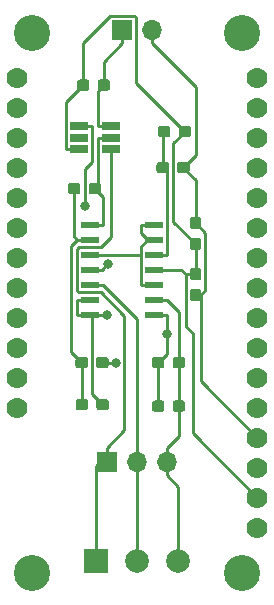
<source format=gbr>
G04 #@! TF.GenerationSoftware,KiCad,Pcbnew,5.0.2-bee76a0~70~ubuntu18.04.1*
G04 #@! TF.CreationDate,2020-04-01T17:28:38-07:00*
G04 #@! TF.ProjectId,potentiostat_featherwing,706f7465-6e74-4696-9f73-7461745f6665,rev?*
G04 #@! TF.SameCoordinates,Original*
G04 #@! TF.FileFunction,Copper,L1,Top*
G04 #@! TF.FilePolarity,Positive*
%FSLAX46Y46*%
G04 Gerber Fmt 4.6, Leading zero omitted, Abs format (unit mm)*
G04 Created by KiCad (PCBNEW 5.0.2-bee76a0~70~ubuntu18.04.1) date Wed 01 Apr 2020 05:28:38 PM PDT*
%MOMM*%
%LPD*%
G01*
G04 APERTURE LIST*
G04 #@! TA.AperFunction,ComponentPad*
%ADD10C,1.778000*%
G04 #@! TD*
G04 #@! TA.AperFunction,ComponentPad*
%ADD11C,3.048000*%
G04 #@! TD*
G04 #@! TA.AperFunction,WasherPad*
%ADD12C,3.048000*%
G04 #@! TD*
G04 #@! TA.AperFunction,ComponentPad*
%ADD13C,2.000000*%
G04 #@! TD*
G04 #@! TA.AperFunction,ComponentPad*
%ADD14R,2.000000X2.000000*%
G04 #@! TD*
G04 #@! TA.AperFunction,Conductor*
%ADD15C,0.100000*%
G04 #@! TD*
G04 #@! TA.AperFunction,SMDPad,CuDef*
%ADD16C,0.950000*%
G04 #@! TD*
G04 #@! TA.AperFunction,ComponentPad*
%ADD17R,1.700000X1.700000*%
G04 #@! TD*
G04 #@! TA.AperFunction,ComponentPad*
%ADD18O,1.700000X1.700000*%
G04 #@! TD*
G04 #@! TA.AperFunction,SMDPad,CuDef*
%ADD19R,1.560000X0.650000*%
G04 #@! TD*
G04 #@! TA.AperFunction,SMDPad,CuDef*
%ADD20R,1.500000X0.600000*%
G04 #@! TD*
G04 #@! TA.AperFunction,ViaPad*
%ADD21C,0.800000*%
G04 #@! TD*
G04 #@! TA.AperFunction,Conductor*
%ADD22C,0.250000*%
G04 #@! TD*
G04 APERTURE END LIST*
D10*
G04 #@! TO.P,U1,28*
G04 #@! TO.N,Net-(U1-Pad28)*
X60960000Y-31750000D03*
G04 #@! TO.P,U1,27*
G04 #@! TO.N,Net-(U1-Pad27)*
X60960000Y-34290000D03*
G04 #@! TO.P,U1,26*
G04 #@! TO.N,Net-(U1-Pad26)*
X60960000Y-36830000D03*
G04 #@! TO.P,U1,25*
G04 #@! TO.N,Net-(U1-Pad25)*
X60960000Y-39370000D03*
G04 #@! TO.P,U1,24*
G04 #@! TO.N,Net-(U1-Pad24)*
X60960000Y-41910000D03*
G04 #@! TO.P,U1,23*
G04 #@! TO.N,Net-(U1-Pad23)*
X60960000Y-44450000D03*
G04 #@! TO.P,U1,22*
G04 #@! TO.N,Net-(U1-Pad22)*
X60960000Y-46990000D03*
G04 #@! TO.P,U1,21*
G04 #@! TO.N,/REF_ELECT_BUF*
X60960000Y-49530000D03*
G04 #@! TO.P,U1,20*
G04 #@! TO.N,Net-(U1-Pad20)*
X60960000Y-52070000D03*
G04 #@! TO.P,U1,19*
G04 #@! TO.N,/AIN_TIA*
X60960000Y-54610000D03*
G04 #@! TO.P,U1,18*
G04 #@! TO.N,Net-(U1-Pad18)*
X60960000Y-57150000D03*
G04 #@! TO.P,U1,17*
G04 #@! TO.N,/DAC_SETPT*
X60960000Y-59690000D03*
G04 #@! TO.P,U1,16*
G04 #@! TO.N,GND*
X60960000Y-62230000D03*
G04 #@! TO.P,U1,15*
G04 #@! TO.N,Net-(U1-Pad15)*
X60960000Y-64770000D03*
G04 #@! TO.P,U1,14*
G04 #@! TO.N,/3V3*
X60960000Y-67310000D03*
G04 #@! TO.P,U1,13*
G04 #@! TO.N,Net-(U1-Pad13)*
X60960000Y-69850000D03*
G04 #@! TO.P,U1,12*
G04 #@! TO.N,Net-(U1-Pad12)*
X40640000Y-59690000D03*
G04 #@! TO.P,U1,11*
G04 #@! TO.N,Net-(U1-Pad11)*
X40640000Y-57150000D03*
G04 #@! TO.P,U1,10*
G04 #@! TO.N,Net-(U1-Pad10)*
X40640000Y-54610000D03*
G04 #@! TO.P,U1,9*
G04 #@! TO.N,Net-(JP1-Pad2)*
X40640000Y-52070000D03*
G04 #@! TO.P,U1,8*
G04 #@! TO.N,Net-(JP2-Pad2)*
X40640000Y-49530000D03*
G04 #@! TO.P,U1,7*
G04 #@! TO.N,Net-(JP3-Pad2)*
X40640000Y-46990000D03*
G04 #@! TO.P,U1,6*
G04 #@! TO.N,Net-(JP4-Pad2)*
X40640000Y-44450000D03*
G04 #@! TO.P,U1,5*
G04 #@! TO.N,Net-(U1-Pad5)*
X40640000Y-41910000D03*
G04 #@! TO.P,U1,4*
G04 #@! TO.N,Net-(U1-Pad4)*
X40640000Y-39370000D03*
G04 #@! TO.P,U1,3*
G04 #@! TO.N,Net-(U1-Pad3)*
X40640000Y-36830000D03*
G04 #@! TO.P,U1,2*
G04 #@! TO.N,Net-(U1-Pad2)*
X40640000Y-34290000D03*
G04 #@! TO.P,U1,1*
G04 #@! TO.N,Net-(U1-Pad1)*
X40640000Y-31750000D03*
D11*
G04 #@! TO.P,U1,*
G04 #@! TO.N,*
X41910000Y-73660000D03*
X59690000Y-73660000D03*
D12*
X59690000Y-27940000D03*
X41910000Y-27940000D03*
G04 #@! TD*
D13*
G04 #@! TO.P,J1,2*
G04 #@! TO.N,/REF_ELECT*
X50800000Y-72644000D03*
D14*
G04 #@! TO.P,J1,1*
G04 #@! TO.N,/CTR_ELECT*
X47299880Y-72644000D03*
D13*
G04 #@! TO.P,J1,3*
G04 #@! TO.N,/WRK_ELECT*
X54300120Y-72644000D03*
G04 #@! TD*
D15*
G04 #@! TO.N,/3V3*
G04 #@! TO.C,C1*
G36*
X56013779Y-47877144D02*
X56036834Y-47880563D01*
X56059443Y-47886227D01*
X56081387Y-47894079D01*
X56102457Y-47904044D01*
X56122448Y-47916026D01*
X56141168Y-47929910D01*
X56158438Y-47945562D01*
X56174090Y-47962832D01*
X56187974Y-47981552D01*
X56199956Y-48001543D01*
X56209921Y-48022613D01*
X56217773Y-48044557D01*
X56223437Y-48067166D01*
X56226856Y-48090221D01*
X56228000Y-48113500D01*
X56228000Y-48688500D01*
X56226856Y-48711779D01*
X56223437Y-48734834D01*
X56217773Y-48757443D01*
X56209921Y-48779387D01*
X56199956Y-48800457D01*
X56187974Y-48820448D01*
X56174090Y-48839168D01*
X56158438Y-48856438D01*
X56141168Y-48872090D01*
X56122448Y-48885974D01*
X56102457Y-48897956D01*
X56081387Y-48907921D01*
X56059443Y-48915773D01*
X56036834Y-48921437D01*
X56013779Y-48924856D01*
X55990500Y-48926000D01*
X55515500Y-48926000D01*
X55492221Y-48924856D01*
X55469166Y-48921437D01*
X55446557Y-48915773D01*
X55424613Y-48907921D01*
X55403543Y-48897956D01*
X55383552Y-48885974D01*
X55364832Y-48872090D01*
X55347562Y-48856438D01*
X55331910Y-48839168D01*
X55318026Y-48820448D01*
X55306044Y-48800457D01*
X55296079Y-48779387D01*
X55288227Y-48757443D01*
X55282563Y-48734834D01*
X55279144Y-48711779D01*
X55278000Y-48688500D01*
X55278000Y-48113500D01*
X55279144Y-48090221D01*
X55282563Y-48067166D01*
X55288227Y-48044557D01*
X55296079Y-48022613D01*
X55306044Y-48001543D01*
X55318026Y-47981552D01*
X55331910Y-47962832D01*
X55347562Y-47945562D01*
X55364832Y-47929910D01*
X55383552Y-47916026D01*
X55403543Y-47904044D01*
X55424613Y-47894079D01*
X55446557Y-47886227D01*
X55469166Y-47880563D01*
X55492221Y-47877144D01*
X55515500Y-47876000D01*
X55990500Y-47876000D01*
X56013779Y-47877144D01*
X56013779Y-47877144D01*
G37*
D16*
G04 #@! TD*
G04 #@! TO.P,C1,1*
G04 #@! TO.N,/3V3*
X55753000Y-48401000D03*
D15*
G04 #@! TO.N,GND*
G04 #@! TO.C,C1*
G36*
X56013779Y-49627144D02*
X56036834Y-49630563D01*
X56059443Y-49636227D01*
X56081387Y-49644079D01*
X56102457Y-49654044D01*
X56122448Y-49666026D01*
X56141168Y-49679910D01*
X56158438Y-49695562D01*
X56174090Y-49712832D01*
X56187974Y-49731552D01*
X56199956Y-49751543D01*
X56209921Y-49772613D01*
X56217773Y-49794557D01*
X56223437Y-49817166D01*
X56226856Y-49840221D01*
X56228000Y-49863500D01*
X56228000Y-50438500D01*
X56226856Y-50461779D01*
X56223437Y-50484834D01*
X56217773Y-50507443D01*
X56209921Y-50529387D01*
X56199956Y-50550457D01*
X56187974Y-50570448D01*
X56174090Y-50589168D01*
X56158438Y-50606438D01*
X56141168Y-50622090D01*
X56122448Y-50635974D01*
X56102457Y-50647956D01*
X56081387Y-50657921D01*
X56059443Y-50665773D01*
X56036834Y-50671437D01*
X56013779Y-50674856D01*
X55990500Y-50676000D01*
X55515500Y-50676000D01*
X55492221Y-50674856D01*
X55469166Y-50671437D01*
X55446557Y-50665773D01*
X55424613Y-50657921D01*
X55403543Y-50647956D01*
X55383552Y-50635974D01*
X55364832Y-50622090D01*
X55347562Y-50606438D01*
X55331910Y-50589168D01*
X55318026Y-50570448D01*
X55306044Y-50550457D01*
X55296079Y-50529387D01*
X55288227Y-50507443D01*
X55282563Y-50484834D01*
X55279144Y-50461779D01*
X55278000Y-50438500D01*
X55278000Y-49863500D01*
X55279144Y-49840221D01*
X55282563Y-49817166D01*
X55288227Y-49794557D01*
X55296079Y-49772613D01*
X55306044Y-49751543D01*
X55318026Y-49731552D01*
X55331910Y-49712832D01*
X55347562Y-49695562D01*
X55364832Y-49679910D01*
X55383552Y-49666026D01*
X55403543Y-49654044D01*
X55424613Y-49644079D01*
X55446557Y-49636227D01*
X55469166Y-49630563D01*
X55492221Y-49627144D01*
X55515500Y-49626000D01*
X55990500Y-49626000D01*
X56013779Y-49627144D01*
X56013779Y-49627144D01*
G37*
D16*
G04 #@! TD*
G04 #@! TO.P,C1,2*
G04 #@! TO.N,GND*
X55753000Y-50151000D03*
D15*
G04 #@! TO.N,/3V3*
G04 #@! TO.C,C2*
G36*
X56013779Y-45309144D02*
X56036834Y-45312563D01*
X56059443Y-45318227D01*
X56081387Y-45326079D01*
X56102457Y-45336044D01*
X56122448Y-45348026D01*
X56141168Y-45361910D01*
X56158438Y-45377562D01*
X56174090Y-45394832D01*
X56187974Y-45413552D01*
X56199956Y-45433543D01*
X56209921Y-45454613D01*
X56217773Y-45476557D01*
X56223437Y-45499166D01*
X56226856Y-45522221D01*
X56228000Y-45545500D01*
X56228000Y-46120500D01*
X56226856Y-46143779D01*
X56223437Y-46166834D01*
X56217773Y-46189443D01*
X56209921Y-46211387D01*
X56199956Y-46232457D01*
X56187974Y-46252448D01*
X56174090Y-46271168D01*
X56158438Y-46288438D01*
X56141168Y-46304090D01*
X56122448Y-46317974D01*
X56102457Y-46329956D01*
X56081387Y-46339921D01*
X56059443Y-46347773D01*
X56036834Y-46353437D01*
X56013779Y-46356856D01*
X55990500Y-46358000D01*
X55515500Y-46358000D01*
X55492221Y-46356856D01*
X55469166Y-46353437D01*
X55446557Y-46347773D01*
X55424613Y-46339921D01*
X55403543Y-46329956D01*
X55383552Y-46317974D01*
X55364832Y-46304090D01*
X55347562Y-46288438D01*
X55331910Y-46271168D01*
X55318026Y-46252448D01*
X55306044Y-46232457D01*
X55296079Y-46211387D01*
X55288227Y-46189443D01*
X55282563Y-46166834D01*
X55279144Y-46143779D01*
X55278000Y-46120500D01*
X55278000Y-45545500D01*
X55279144Y-45522221D01*
X55282563Y-45499166D01*
X55288227Y-45476557D01*
X55296079Y-45454613D01*
X55306044Y-45433543D01*
X55318026Y-45413552D01*
X55331910Y-45394832D01*
X55347562Y-45377562D01*
X55364832Y-45361910D01*
X55383552Y-45348026D01*
X55403543Y-45336044D01*
X55424613Y-45326079D01*
X55446557Y-45318227D01*
X55469166Y-45312563D01*
X55492221Y-45309144D01*
X55515500Y-45308000D01*
X55990500Y-45308000D01*
X56013779Y-45309144D01*
X56013779Y-45309144D01*
G37*
D16*
G04 #@! TD*
G04 #@! TO.P,C2,1*
G04 #@! TO.N,/3V3*
X55753000Y-45833000D03*
D15*
G04 #@! TO.N,GND*
G04 #@! TO.C,C2*
G36*
X56013779Y-43559144D02*
X56036834Y-43562563D01*
X56059443Y-43568227D01*
X56081387Y-43576079D01*
X56102457Y-43586044D01*
X56122448Y-43598026D01*
X56141168Y-43611910D01*
X56158438Y-43627562D01*
X56174090Y-43644832D01*
X56187974Y-43663552D01*
X56199956Y-43683543D01*
X56209921Y-43704613D01*
X56217773Y-43726557D01*
X56223437Y-43749166D01*
X56226856Y-43772221D01*
X56228000Y-43795500D01*
X56228000Y-44370500D01*
X56226856Y-44393779D01*
X56223437Y-44416834D01*
X56217773Y-44439443D01*
X56209921Y-44461387D01*
X56199956Y-44482457D01*
X56187974Y-44502448D01*
X56174090Y-44521168D01*
X56158438Y-44538438D01*
X56141168Y-44554090D01*
X56122448Y-44567974D01*
X56102457Y-44579956D01*
X56081387Y-44589921D01*
X56059443Y-44597773D01*
X56036834Y-44603437D01*
X56013779Y-44606856D01*
X55990500Y-44608000D01*
X55515500Y-44608000D01*
X55492221Y-44606856D01*
X55469166Y-44603437D01*
X55446557Y-44597773D01*
X55424613Y-44589921D01*
X55403543Y-44579956D01*
X55383552Y-44567974D01*
X55364832Y-44554090D01*
X55347562Y-44538438D01*
X55331910Y-44521168D01*
X55318026Y-44502448D01*
X55306044Y-44482457D01*
X55296079Y-44461387D01*
X55288227Y-44439443D01*
X55282563Y-44416834D01*
X55279144Y-44393779D01*
X55278000Y-44370500D01*
X55278000Y-43795500D01*
X55279144Y-43772221D01*
X55282563Y-43749166D01*
X55288227Y-43726557D01*
X55296079Y-43704613D01*
X55306044Y-43683543D01*
X55318026Y-43663552D01*
X55331910Y-43644832D01*
X55347562Y-43627562D01*
X55364832Y-43611910D01*
X55383552Y-43598026D01*
X55403543Y-43586044D01*
X55424613Y-43576079D01*
X55446557Y-43568227D01*
X55469166Y-43562563D01*
X55492221Y-43559144D01*
X55515500Y-43558000D01*
X55990500Y-43558000D01*
X56013779Y-43559144D01*
X56013779Y-43559144D01*
G37*
D16*
G04 #@! TD*
G04 #@! TO.P,C2,2*
G04 #@! TO.N,GND*
X55753000Y-44083000D03*
D15*
G04 #@! TO.N,/AIN_TIA*
G04 #@! TO.C,C3*
G36*
X52902779Y-59089144D02*
X52925834Y-59092563D01*
X52948443Y-59098227D01*
X52970387Y-59106079D01*
X52991457Y-59116044D01*
X53011448Y-59128026D01*
X53030168Y-59141910D01*
X53047438Y-59157562D01*
X53063090Y-59174832D01*
X53076974Y-59193552D01*
X53088956Y-59213543D01*
X53098921Y-59234613D01*
X53106773Y-59256557D01*
X53112437Y-59279166D01*
X53115856Y-59302221D01*
X53117000Y-59325500D01*
X53117000Y-59800500D01*
X53115856Y-59823779D01*
X53112437Y-59846834D01*
X53106773Y-59869443D01*
X53098921Y-59891387D01*
X53088956Y-59912457D01*
X53076974Y-59932448D01*
X53063090Y-59951168D01*
X53047438Y-59968438D01*
X53030168Y-59984090D01*
X53011448Y-59997974D01*
X52991457Y-60009956D01*
X52970387Y-60019921D01*
X52948443Y-60027773D01*
X52925834Y-60033437D01*
X52902779Y-60036856D01*
X52879500Y-60038000D01*
X52304500Y-60038000D01*
X52281221Y-60036856D01*
X52258166Y-60033437D01*
X52235557Y-60027773D01*
X52213613Y-60019921D01*
X52192543Y-60009956D01*
X52172552Y-59997974D01*
X52153832Y-59984090D01*
X52136562Y-59968438D01*
X52120910Y-59951168D01*
X52107026Y-59932448D01*
X52095044Y-59912457D01*
X52085079Y-59891387D01*
X52077227Y-59869443D01*
X52071563Y-59846834D01*
X52068144Y-59823779D01*
X52067000Y-59800500D01*
X52067000Y-59325500D01*
X52068144Y-59302221D01*
X52071563Y-59279166D01*
X52077227Y-59256557D01*
X52085079Y-59234613D01*
X52095044Y-59213543D01*
X52107026Y-59193552D01*
X52120910Y-59174832D01*
X52136562Y-59157562D01*
X52153832Y-59141910D01*
X52172552Y-59128026D01*
X52192543Y-59116044D01*
X52213613Y-59106079D01*
X52235557Y-59098227D01*
X52258166Y-59092563D01*
X52281221Y-59089144D01*
X52304500Y-59088000D01*
X52879500Y-59088000D01*
X52902779Y-59089144D01*
X52902779Y-59089144D01*
G37*
D16*
G04 #@! TD*
G04 #@! TO.P,C3,2*
G04 #@! TO.N,/AIN_TIA*
X52592000Y-59563000D03*
D15*
G04 #@! TO.N,/WRK_ELECT*
G04 #@! TO.C,C3*
G36*
X54652779Y-59089144D02*
X54675834Y-59092563D01*
X54698443Y-59098227D01*
X54720387Y-59106079D01*
X54741457Y-59116044D01*
X54761448Y-59128026D01*
X54780168Y-59141910D01*
X54797438Y-59157562D01*
X54813090Y-59174832D01*
X54826974Y-59193552D01*
X54838956Y-59213543D01*
X54848921Y-59234613D01*
X54856773Y-59256557D01*
X54862437Y-59279166D01*
X54865856Y-59302221D01*
X54867000Y-59325500D01*
X54867000Y-59800500D01*
X54865856Y-59823779D01*
X54862437Y-59846834D01*
X54856773Y-59869443D01*
X54848921Y-59891387D01*
X54838956Y-59912457D01*
X54826974Y-59932448D01*
X54813090Y-59951168D01*
X54797438Y-59968438D01*
X54780168Y-59984090D01*
X54761448Y-59997974D01*
X54741457Y-60009956D01*
X54720387Y-60019921D01*
X54698443Y-60027773D01*
X54675834Y-60033437D01*
X54652779Y-60036856D01*
X54629500Y-60038000D01*
X54054500Y-60038000D01*
X54031221Y-60036856D01*
X54008166Y-60033437D01*
X53985557Y-60027773D01*
X53963613Y-60019921D01*
X53942543Y-60009956D01*
X53922552Y-59997974D01*
X53903832Y-59984090D01*
X53886562Y-59968438D01*
X53870910Y-59951168D01*
X53857026Y-59932448D01*
X53845044Y-59912457D01*
X53835079Y-59891387D01*
X53827227Y-59869443D01*
X53821563Y-59846834D01*
X53818144Y-59823779D01*
X53817000Y-59800500D01*
X53817000Y-59325500D01*
X53818144Y-59302221D01*
X53821563Y-59279166D01*
X53827227Y-59256557D01*
X53835079Y-59234613D01*
X53845044Y-59213543D01*
X53857026Y-59193552D01*
X53870910Y-59174832D01*
X53886562Y-59157562D01*
X53903832Y-59141910D01*
X53922552Y-59128026D01*
X53942543Y-59116044D01*
X53963613Y-59106079D01*
X53985557Y-59098227D01*
X54008166Y-59092563D01*
X54031221Y-59089144D01*
X54054500Y-59088000D01*
X54629500Y-59088000D01*
X54652779Y-59089144D01*
X54652779Y-59089144D01*
G37*
D16*
G04 #@! TD*
G04 #@! TO.P,C3,1*
G04 #@! TO.N,/WRK_ELECT*
X54342000Y-59563000D03*
D15*
G04 #@! TO.N,Net-(C5-Pad2)*
G04 #@! TO.C,C5*
G36*
X45790779Y-40674144D02*
X45813834Y-40677563D01*
X45836443Y-40683227D01*
X45858387Y-40691079D01*
X45879457Y-40701044D01*
X45899448Y-40713026D01*
X45918168Y-40726910D01*
X45935438Y-40742562D01*
X45951090Y-40759832D01*
X45964974Y-40778552D01*
X45976956Y-40798543D01*
X45986921Y-40819613D01*
X45994773Y-40841557D01*
X46000437Y-40864166D01*
X46003856Y-40887221D01*
X46005000Y-40910500D01*
X46005000Y-41385500D01*
X46003856Y-41408779D01*
X46000437Y-41431834D01*
X45994773Y-41454443D01*
X45986921Y-41476387D01*
X45976956Y-41497457D01*
X45964974Y-41517448D01*
X45951090Y-41536168D01*
X45935438Y-41553438D01*
X45918168Y-41569090D01*
X45899448Y-41582974D01*
X45879457Y-41594956D01*
X45858387Y-41604921D01*
X45836443Y-41612773D01*
X45813834Y-41618437D01*
X45790779Y-41621856D01*
X45767500Y-41623000D01*
X45192500Y-41623000D01*
X45169221Y-41621856D01*
X45146166Y-41618437D01*
X45123557Y-41612773D01*
X45101613Y-41604921D01*
X45080543Y-41594956D01*
X45060552Y-41582974D01*
X45041832Y-41569090D01*
X45024562Y-41553438D01*
X45008910Y-41536168D01*
X44995026Y-41517448D01*
X44983044Y-41497457D01*
X44973079Y-41476387D01*
X44965227Y-41454443D01*
X44959563Y-41431834D01*
X44956144Y-41408779D01*
X44955000Y-41385500D01*
X44955000Y-40910500D01*
X44956144Y-40887221D01*
X44959563Y-40864166D01*
X44965227Y-40841557D01*
X44973079Y-40819613D01*
X44983044Y-40798543D01*
X44995026Y-40778552D01*
X45008910Y-40759832D01*
X45024562Y-40742562D01*
X45041832Y-40726910D01*
X45060552Y-40713026D01*
X45080543Y-40701044D01*
X45101613Y-40691079D01*
X45123557Y-40683227D01*
X45146166Y-40677563D01*
X45169221Y-40674144D01*
X45192500Y-40673000D01*
X45767500Y-40673000D01*
X45790779Y-40674144D01*
X45790779Y-40674144D01*
G37*
D16*
G04 #@! TD*
G04 #@! TO.P,C5,2*
G04 #@! TO.N,Net-(C5-Pad2)*
X45480000Y-41148000D03*
D15*
G04 #@! TO.N,Net-(C5-Pad1)*
G04 #@! TO.C,C5*
G36*
X47540779Y-40674144D02*
X47563834Y-40677563D01*
X47586443Y-40683227D01*
X47608387Y-40691079D01*
X47629457Y-40701044D01*
X47649448Y-40713026D01*
X47668168Y-40726910D01*
X47685438Y-40742562D01*
X47701090Y-40759832D01*
X47714974Y-40778552D01*
X47726956Y-40798543D01*
X47736921Y-40819613D01*
X47744773Y-40841557D01*
X47750437Y-40864166D01*
X47753856Y-40887221D01*
X47755000Y-40910500D01*
X47755000Y-41385500D01*
X47753856Y-41408779D01*
X47750437Y-41431834D01*
X47744773Y-41454443D01*
X47736921Y-41476387D01*
X47726956Y-41497457D01*
X47714974Y-41517448D01*
X47701090Y-41536168D01*
X47685438Y-41553438D01*
X47668168Y-41569090D01*
X47649448Y-41582974D01*
X47629457Y-41594956D01*
X47608387Y-41604921D01*
X47586443Y-41612773D01*
X47563834Y-41618437D01*
X47540779Y-41621856D01*
X47517500Y-41623000D01*
X46942500Y-41623000D01*
X46919221Y-41621856D01*
X46896166Y-41618437D01*
X46873557Y-41612773D01*
X46851613Y-41604921D01*
X46830543Y-41594956D01*
X46810552Y-41582974D01*
X46791832Y-41569090D01*
X46774562Y-41553438D01*
X46758910Y-41536168D01*
X46745026Y-41517448D01*
X46733044Y-41497457D01*
X46723079Y-41476387D01*
X46715227Y-41454443D01*
X46709563Y-41431834D01*
X46706144Y-41408779D01*
X46705000Y-41385500D01*
X46705000Y-40910500D01*
X46706144Y-40887221D01*
X46709563Y-40864166D01*
X46715227Y-40841557D01*
X46723079Y-40819613D01*
X46733044Y-40798543D01*
X46745026Y-40778552D01*
X46758910Y-40759832D01*
X46774562Y-40742562D01*
X46791832Y-40726910D01*
X46810552Y-40713026D01*
X46830543Y-40701044D01*
X46851613Y-40691079D01*
X46873557Y-40683227D01*
X46896166Y-40677563D01*
X46919221Y-40674144D01*
X46942500Y-40673000D01*
X47517500Y-40673000D01*
X47540779Y-40674144D01*
X47540779Y-40674144D01*
G37*
D16*
G04 #@! TD*
G04 #@! TO.P,C5,1*
G04 #@! TO.N,Net-(C5-Pad1)*
X47230000Y-41148000D03*
D17*
G04 #@! TO.P,J2,1*
G04 #@! TO.N,/CTR_ELECT*
X48260000Y-64262000D03*
D18*
G04 #@! TO.P,J2,2*
G04 #@! TO.N,/REF_ELECT*
X50800000Y-64262000D03*
G04 #@! TO.P,J2,3*
G04 #@! TO.N,/WRK_ELECT*
X53340000Y-64262000D03*
G04 #@! TD*
D17*
G04 #@! TO.P,J3,1*
G04 #@! TO.N,GND*
X49530000Y-27686000D03*
D18*
G04 #@! TO.P,J3,2*
X52070000Y-27686000D03*
G04 #@! TD*
D15*
G04 #@! TO.N,Net-(C5-Pad2)*
G04 #@! TO.C,R1*
G36*
X46425779Y-55406144D02*
X46448834Y-55409563D01*
X46471443Y-55415227D01*
X46493387Y-55423079D01*
X46514457Y-55433044D01*
X46534448Y-55445026D01*
X46553168Y-55458910D01*
X46570438Y-55474562D01*
X46586090Y-55491832D01*
X46599974Y-55510552D01*
X46611956Y-55530543D01*
X46621921Y-55551613D01*
X46629773Y-55573557D01*
X46635437Y-55596166D01*
X46638856Y-55619221D01*
X46640000Y-55642500D01*
X46640000Y-56117500D01*
X46638856Y-56140779D01*
X46635437Y-56163834D01*
X46629773Y-56186443D01*
X46621921Y-56208387D01*
X46611956Y-56229457D01*
X46599974Y-56249448D01*
X46586090Y-56268168D01*
X46570438Y-56285438D01*
X46553168Y-56301090D01*
X46534448Y-56314974D01*
X46514457Y-56326956D01*
X46493387Y-56336921D01*
X46471443Y-56344773D01*
X46448834Y-56350437D01*
X46425779Y-56353856D01*
X46402500Y-56355000D01*
X45827500Y-56355000D01*
X45804221Y-56353856D01*
X45781166Y-56350437D01*
X45758557Y-56344773D01*
X45736613Y-56336921D01*
X45715543Y-56326956D01*
X45695552Y-56314974D01*
X45676832Y-56301090D01*
X45659562Y-56285438D01*
X45643910Y-56268168D01*
X45630026Y-56249448D01*
X45618044Y-56229457D01*
X45608079Y-56208387D01*
X45600227Y-56186443D01*
X45594563Y-56163834D01*
X45591144Y-56140779D01*
X45590000Y-56117500D01*
X45590000Y-55642500D01*
X45591144Y-55619221D01*
X45594563Y-55596166D01*
X45600227Y-55573557D01*
X45608079Y-55551613D01*
X45618044Y-55530543D01*
X45630026Y-55510552D01*
X45643910Y-55491832D01*
X45659562Y-55474562D01*
X45676832Y-55458910D01*
X45695552Y-55445026D01*
X45715543Y-55433044D01*
X45736613Y-55423079D01*
X45758557Y-55415227D01*
X45781166Y-55409563D01*
X45804221Y-55406144D01*
X45827500Y-55405000D01*
X46402500Y-55405000D01*
X46425779Y-55406144D01*
X46425779Y-55406144D01*
G37*
D16*
G04 #@! TD*
G04 #@! TO.P,R1,1*
G04 #@! TO.N,Net-(C5-Pad2)*
X46115000Y-55880000D03*
D15*
G04 #@! TO.N,/DAC_SETPT*
G04 #@! TO.C,R1*
G36*
X48175779Y-55406144D02*
X48198834Y-55409563D01*
X48221443Y-55415227D01*
X48243387Y-55423079D01*
X48264457Y-55433044D01*
X48284448Y-55445026D01*
X48303168Y-55458910D01*
X48320438Y-55474562D01*
X48336090Y-55491832D01*
X48349974Y-55510552D01*
X48361956Y-55530543D01*
X48371921Y-55551613D01*
X48379773Y-55573557D01*
X48385437Y-55596166D01*
X48388856Y-55619221D01*
X48390000Y-55642500D01*
X48390000Y-56117500D01*
X48388856Y-56140779D01*
X48385437Y-56163834D01*
X48379773Y-56186443D01*
X48371921Y-56208387D01*
X48361956Y-56229457D01*
X48349974Y-56249448D01*
X48336090Y-56268168D01*
X48320438Y-56285438D01*
X48303168Y-56301090D01*
X48284448Y-56314974D01*
X48264457Y-56326956D01*
X48243387Y-56336921D01*
X48221443Y-56344773D01*
X48198834Y-56350437D01*
X48175779Y-56353856D01*
X48152500Y-56355000D01*
X47577500Y-56355000D01*
X47554221Y-56353856D01*
X47531166Y-56350437D01*
X47508557Y-56344773D01*
X47486613Y-56336921D01*
X47465543Y-56326956D01*
X47445552Y-56314974D01*
X47426832Y-56301090D01*
X47409562Y-56285438D01*
X47393910Y-56268168D01*
X47380026Y-56249448D01*
X47368044Y-56229457D01*
X47358079Y-56208387D01*
X47350227Y-56186443D01*
X47344563Y-56163834D01*
X47341144Y-56140779D01*
X47340000Y-56117500D01*
X47340000Y-55642500D01*
X47341144Y-55619221D01*
X47344563Y-55596166D01*
X47350227Y-55573557D01*
X47358079Y-55551613D01*
X47368044Y-55530543D01*
X47380026Y-55510552D01*
X47393910Y-55491832D01*
X47409562Y-55474562D01*
X47426832Y-55458910D01*
X47445552Y-55445026D01*
X47465543Y-55433044D01*
X47486613Y-55423079D01*
X47508557Y-55415227D01*
X47531166Y-55409563D01*
X47554221Y-55406144D01*
X47577500Y-55405000D01*
X48152500Y-55405000D01*
X48175779Y-55406144D01*
X48175779Y-55406144D01*
G37*
D16*
G04 #@! TD*
G04 #@! TO.P,R1,2*
G04 #@! TO.N,/DAC_SETPT*
X47865000Y-55880000D03*
D15*
G04 #@! TO.N,Net-(C5-Pad2)*
G04 #@! TO.C,R2*
G36*
X46439779Y-58962144D02*
X46462834Y-58965563D01*
X46485443Y-58971227D01*
X46507387Y-58979079D01*
X46528457Y-58989044D01*
X46548448Y-59001026D01*
X46567168Y-59014910D01*
X46584438Y-59030562D01*
X46600090Y-59047832D01*
X46613974Y-59066552D01*
X46625956Y-59086543D01*
X46635921Y-59107613D01*
X46643773Y-59129557D01*
X46649437Y-59152166D01*
X46652856Y-59175221D01*
X46654000Y-59198500D01*
X46654000Y-59673500D01*
X46652856Y-59696779D01*
X46649437Y-59719834D01*
X46643773Y-59742443D01*
X46635921Y-59764387D01*
X46625956Y-59785457D01*
X46613974Y-59805448D01*
X46600090Y-59824168D01*
X46584438Y-59841438D01*
X46567168Y-59857090D01*
X46548448Y-59870974D01*
X46528457Y-59882956D01*
X46507387Y-59892921D01*
X46485443Y-59900773D01*
X46462834Y-59906437D01*
X46439779Y-59909856D01*
X46416500Y-59911000D01*
X45841500Y-59911000D01*
X45818221Y-59909856D01*
X45795166Y-59906437D01*
X45772557Y-59900773D01*
X45750613Y-59892921D01*
X45729543Y-59882956D01*
X45709552Y-59870974D01*
X45690832Y-59857090D01*
X45673562Y-59841438D01*
X45657910Y-59824168D01*
X45644026Y-59805448D01*
X45632044Y-59785457D01*
X45622079Y-59764387D01*
X45614227Y-59742443D01*
X45608563Y-59719834D01*
X45605144Y-59696779D01*
X45604000Y-59673500D01*
X45604000Y-59198500D01*
X45605144Y-59175221D01*
X45608563Y-59152166D01*
X45614227Y-59129557D01*
X45622079Y-59107613D01*
X45632044Y-59086543D01*
X45644026Y-59066552D01*
X45657910Y-59047832D01*
X45673562Y-59030562D01*
X45690832Y-59014910D01*
X45709552Y-59001026D01*
X45729543Y-58989044D01*
X45750613Y-58979079D01*
X45772557Y-58971227D01*
X45795166Y-58965563D01*
X45818221Y-58962144D01*
X45841500Y-58961000D01*
X46416500Y-58961000D01*
X46439779Y-58962144D01*
X46439779Y-58962144D01*
G37*
D16*
G04 #@! TD*
G04 #@! TO.P,R2,2*
G04 #@! TO.N,Net-(C5-Pad2)*
X46129000Y-59436000D03*
D15*
G04 #@! TO.N,/REF_ELECT_BUF*
G04 #@! TO.C,R2*
G36*
X48189779Y-58962144D02*
X48212834Y-58965563D01*
X48235443Y-58971227D01*
X48257387Y-58979079D01*
X48278457Y-58989044D01*
X48298448Y-59001026D01*
X48317168Y-59014910D01*
X48334438Y-59030562D01*
X48350090Y-59047832D01*
X48363974Y-59066552D01*
X48375956Y-59086543D01*
X48385921Y-59107613D01*
X48393773Y-59129557D01*
X48399437Y-59152166D01*
X48402856Y-59175221D01*
X48404000Y-59198500D01*
X48404000Y-59673500D01*
X48402856Y-59696779D01*
X48399437Y-59719834D01*
X48393773Y-59742443D01*
X48385921Y-59764387D01*
X48375956Y-59785457D01*
X48363974Y-59805448D01*
X48350090Y-59824168D01*
X48334438Y-59841438D01*
X48317168Y-59857090D01*
X48298448Y-59870974D01*
X48278457Y-59882956D01*
X48257387Y-59892921D01*
X48235443Y-59900773D01*
X48212834Y-59906437D01*
X48189779Y-59909856D01*
X48166500Y-59911000D01*
X47591500Y-59911000D01*
X47568221Y-59909856D01*
X47545166Y-59906437D01*
X47522557Y-59900773D01*
X47500613Y-59892921D01*
X47479543Y-59882956D01*
X47459552Y-59870974D01*
X47440832Y-59857090D01*
X47423562Y-59841438D01*
X47407910Y-59824168D01*
X47394026Y-59805448D01*
X47382044Y-59785457D01*
X47372079Y-59764387D01*
X47364227Y-59742443D01*
X47358563Y-59719834D01*
X47355144Y-59696779D01*
X47354000Y-59673500D01*
X47354000Y-59198500D01*
X47355144Y-59175221D01*
X47358563Y-59152166D01*
X47364227Y-59129557D01*
X47372079Y-59107613D01*
X47382044Y-59086543D01*
X47394026Y-59066552D01*
X47407910Y-59047832D01*
X47423562Y-59030562D01*
X47440832Y-59014910D01*
X47459552Y-59001026D01*
X47479543Y-58989044D01*
X47500613Y-58979079D01*
X47522557Y-58971227D01*
X47545166Y-58965563D01*
X47568221Y-58962144D01*
X47591500Y-58961000D01*
X48166500Y-58961000D01*
X48189779Y-58962144D01*
X48189779Y-58962144D01*
G37*
D16*
G04 #@! TD*
G04 #@! TO.P,R2,1*
G04 #@! TO.N,/REF_ELECT_BUF*
X47879000Y-59436000D03*
D15*
G04 #@! TO.N,/WRK_ELECT*
G04 #@! TO.C,R3*
G36*
X54652779Y-55406144D02*
X54675834Y-55409563D01*
X54698443Y-55415227D01*
X54720387Y-55423079D01*
X54741457Y-55433044D01*
X54761448Y-55445026D01*
X54780168Y-55458910D01*
X54797438Y-55474562D01*
X54813090Y-55491832D01*
X54826974Y-55510552D01*
X54838956Y-55530543D01*
X54848921Y-55551613D01*
X54856773Y-55573557D01*
X54862437Y-55596166D01*
X54865856Y-55619221D01*
X54867000Y-55642500D01*
X54867000Y-56117500D01*
X54865856Y-56140779D01*
X54862437Y-56163834D01*
X54856773Y-56186443D01*
X54848921Y-56208387D01*
X54838956Y-56229457D01*
X54826974Y-56249448D01*
X54813090Y-56268168D01*
X54797438Y-56285438D01*
X54780168Y-56301090D01*
X54761448Y-56314974D01*
X54741457Y-56326956D01*
X54720387Y-56336921D01*
X54698443Y-56344773D01*
X54675834Y-56350437D01*
X54652779Y-56353856D01*
X54629500Y-56355000D01*
X54054500Y-56355000D01*
X54031221Y-56353856D01*
X54008166Y-56350437D01*
X53985557Y-56344773D01*
X53963613Y-56336921D01*
X53942543Y-56326956D01*
X53922552Y-56314974D01*
X53903832Y-56301090D01*
X53886562Y-56285438D01*
X53870910Y-56268168D01*
X53857026Y-56249448D01*
X53845044Y-56229457D01*
X53835079Y-56208387D01*
X53827227Y-56186443D01*
X53821563Y-56163834D01*
X53818144Y-56140779D01*
X53817000Y-56117500D01*
X53817000Y-55642500D01*
X53818144Y-55619221D01*
X53821563Y-55596166D01*
X53827227Y-55573557D01*
X53835079Y-55551613D01*
X53845044Y-55530543D01*
X53857026Y-55510552D01*
X53870910Y-55491832D01*
X53886562Y-55474562D01*
X53903832Y-55458910D01*
X53922552Y-55445026D01*
X53942543Y-55433044D01*
X53963613Y-55423079D01*
X53985557Y-55415227D01*
X54008166Y-55409563D01*
X54031221Y-55406144D01*
X54054500Y-55405000D01*
X54629500Y-55405000D01*
X54652779Y-55406144D01*
X54652779Y-55406144D01*
G37*
D16*
G04 #@! TD*
G04 #@! TO.P,R3,1*
G04 #@! TO.N,/WRK_ELECT*
X54342000Y-55880000D03*
D15*
G04 #@! TO.N,/AIN_TIA*
G04 #@! TO.C,R3*
G36*
X52902779Y-55406144D02*
X52925834Y-55409563D01*
X52948443Y-55415227D01*
X52970387Y-55423079D01*
X52991457Y-55433044D01*
X53011448Y-55445026D01*
X53030168Y-55458910D01*
X53047438Y-55474562D01*
X53063090Y-55491832D01*
X53076974Y-55510552D01*
X53088956Y-55530543D01*
X53098921Y-55551613D01*
X53106773Y-55573557D01*
X53112437Y-55596166D01*
X53115856Y-55619221D01*
X53117000Y-55642500D01*
X53117000Y-56117500D01*
X53115856Y-56140779D01*
X53112437Y-56163834D01*
X53106773Y-56186443D01*
X53098921Y-56208387D01*
X53088956Y-56229457D01*
X53076974Y-56249448D01*
X53063090Y-56268168D01*
X53047438Y-56285438D01*
X53030168Y-56301090D01*
X53011448Y-56314974D01*
X52991457Y-56326956D01*
X52970387Y-56336921D01*
X52948443Y-56344773D01*
X52925834Y-56350437D01*
X52902779Y-56353856D01*
X52879500Y-56355000D01*
X52304500Y-56355000D01*
X52281221Y-56353856D01*
X52258166Y-56350437D01*
X52235557Y-56344773D01*
X52213613Y-56336921D01*
X52192543Y-56326956D01*
X52172552Y-56314974D01*
X52153832Y-56301090D01*
X52136562Y-56285438D01*
X52120910Y-56268168D01*
X52107026Y-56249448D01*
X52095044Y-56229457D01*
X52085079Y-56208387D01*
X52077227Y-56186443D01*
X52071563Y-56163834D01*
X52068144Y-56140779D01*
X52067000Y-56117500D01*
X52067000Y-55642500D01*
X52068144Y-55619221D01*
X52071563Y-55596166D01*
X52077227Y-55573557D01*
X52085079Y-55551613D01*
X52095044Y-55530543D01*
X52107026Y-55510552D01*
X52120910Y-55491832D01*
X52136562Y-55474562D01*
X52153832Y-55458910D01*
X52172552Y-55445026D01*
X52192543Y-55433044D01*
X52213613Y-55423079D01*
X52235557Y-55415227D01*
X52258166Y-55409563D01*
X52281221Y-55406144D01*
X52304500Y-55405000D01*
X52879500Y-55405000D01*
X52902779Y-55406144D01*
X52902779Y-55406144D01*
G37*
D16*
G04 #@! TD*
G04 #@! TO.P,R3,2*
G04 #@! TO.N,/AIN_TIA*
X52592000Y-55880000D03*
D15*
G04 #@! TO.N,/3V3*
G04 #@! TO.C,R4*
G36*
X55160779Y-35848144D02*
X55183834Y-35851563D01*
X55206443Y-35857227D01*
X55228387Y-35865079D01*
X55249457Y-35875044D01*
X55269448Y-35887026D01*
X55288168Y-35900910D01*
X55305438Y-35916562D01*
X55321090Y-35933832D01*
X55334974Y-35952552D01*
X55346956Y-35972543D01*
X55356921Y-35993613D01*
X55364773Y-36015557D01*
X55370437Y-36038166D01*
X55373856Y-36061221D01*
X55375000Y-36084500D01*
X55375000Y-36559500D01*
X55373856Y-36582779D01*
X55370437Y-36605834D01*
X55364773Y-36628443D01*
X55356921Y-36650387D01*
X55346956Y-36671457D01*
X55334974Y-36691448D01*
X55321090Y-36710168D01*
X55305438Y-36727438D01*
X55288168Y-36743090D01*
X55269448Y-36756974D01*
X55249457Y-36768956D01*
X55228387Y-36778921D01*
X55206443Y-36786773D01*
X55183834Y-36792437D01*
X55160779Y-36795856D01*
X55137500Y-36797000D01*
X54562500Y-36797000D01*
X54539221Y-36795856D01*
X54516166Y-36792437D01*
X54493557Y-36786773D01*
X54471613Y-36778921D01*
X54450543Y-36768956D01*
X54430552Y-36756974D01*
X54411832Y-36743090D01*
X54394562Y-36727438D01*
X54378910Y-36710168D01*
X54365026Y-36691448D01*
X54353044Y-36671457D01*
X54343079Y-36650387D01*
X54335227Y-36628443D01*
X54329563Y-36605834D01*
X54326144Y-36582779D01*
X54325000Y-36559500D01*
X54325000Y-36084500D01*
X54326144Y-36061221D01*
X54329563Y-36038166D01*
X54335227Y-36015557D01*
X54343079Y-35993613D01*
X54353044Y-35972543D01*
X54365026Y-35952552D01*
X54378910Y-35933832D01*
X54394562Y-35916562D01*
X54411832Y-35900910D01*
X54430552Y-35887026D01*
X54450543Y-35875044D01*
X54471613Y-35865079D01*
X54493557Y-35857227D01*
X54516166Y-35851563D01*
X54539221Y-35848144D01*
X54562500Y-35847000D01*
X55137500Y-35847000D01*
X55160779Y-35848144D01*
X55160779Y-35848144D01*
G37*
D16*
G04 #@! TD*
G04 #@! TO.P,R4,1*
G04 #@! TO.N,/3V3*
X54850000Y-36322000D03*
D15*
G04 #@! TO.N,Net-(R4-Pad2)*
G04 #@! TO.C,R4*
G36*
X53410779Y-35848144D02*
X53433834Y-35851563D01*
X53456443Y-35857227D01*
X53478387Y-35865079D01*
X53499457Y-35875044D01*
X53519448Y-35887026D01*
X53538168Y-35900910D01*
X53555438Y-35916562D01*
X53571090Y-35933832D01*
X53584974Y-35952552D01*
X53596956Y-35972543D01*
X53606921Y-35993613D01*
X53614773Y-36015557D01*
X53620437Y-36038166D01*
X53623856Y-36061221D01*
X53625000Y-36084500D01*
X53625000Y-36559500D01*
X53623856Y-36582779D01*
X53620437Y-36605834D01*
X53614773Y-36628443D01*
X53606921Y-36650387D01*
X53596956Y-36671457D01*
X53584974Y-36691448D01*
X53571090Y-36710168D01*
X53555438Y-36727438D01*
X53538168Y-36743090D01*
X53519448Y-36756974D01*
X53499457Y-36768956D01*
X53478387Y-36778921D01*
X53456443Y-36786773D01*
X53433834Y-36792437D01*
X53410779Y-36795856D01*
X53387500Y-36797000D01*
X52812500Y-36797000D01*
X52789221Y-36795856D01*
X52766166Y-36792437D01*
X52743557Y-36786773D01*
X52721613Y-36778921D01*
X52700543Y-36768956D01*
X52680552Y-36756974D01*
X52661832Y-36743090D01*
X52644562Y-36727438D01*
X52628910Y-36710168D01*
X52615026Y-36691448D01*
X52603044Y-36671457D01*
X52593079Y-36650387D01*
X52585227Y-36628443D01*
X52579563Y-36605834D01*
X52576144Y-36582779D01*
X52575000Y-36559500D01*
X52575000Y-36084500D01*
X52576144Y-36061221D01*
X52579563Y-36038166D01*
X52585227Y-36015557D01*
X52593079Y-35993613D01*
X52603044Y-35972543D01*
X52615026Y-35952552D01*
X52628910Y-35933832D01*
X52644562Y-35916562D01*
X52661832Y-35900910D01*
X52680552Y-35887026D01*
X52700543Y-35875044D01*
X52721613Y-35865079D01*
X52743557Y-35857227D01*
X52766166Y-35851563D01*
X52789221Y-35848144D01*
X52812500Y-35847000D01*
X53387500Y-35847000D01*
X53410779Y-35848144D01*
X53410779Y-35848144D01*
G37*
D16*
G04 #@! TD*
G04 #@! TO.P,R4,2*
G04 #@! TO.N,Net-(R4-Pad2)*
X53100000Y-36322000D03*
D15*
G04 #@! TO.N,GND*
G04 #@! TO.C,R5*
G36*
X55033779Y-38896144D02*
X55056834Y-38899563D01*
X55079443Y-38905227D01*
X55101387Y-38913079D01*
X55122457Y-38923044D01*
X55142448Y-38935026D01*
X55161168Y-38948910D01*
X55178438Y-38964562D01*
X55194090Y-38981832D01*
X55207974Y-39000552D01*
X55219956Y-39020543D01*
X55229921Y-39041613D01*
X55237773Y-39063557D01*
X55243437Y-39086166D01*
X55246856Y-39109221D01*
X55248000Y-39132500D01*
X55248000Y-39607500D01*
X55246856Y-39630779D01*
X55243437Y-39653834D01*
X55237773Y-39676443D01*
X55229921Y-39698387D01*
X55219956Y-39719457D01*
X55207974Y-39739448D01*
X55194090Y-39758168D01*
X55178438Y-39775438D01*
X55161168Y-39791090D01*
X55142448Y-39804974D01*
X55122457Y-39816956D01*
X55101387Y-39826921D01*
X55079443Y-39834773D01*
X55056834Y-39840437D01*
X55033779Y-39843856D01*
X55010500Y-39845000D01*
X54435500Y-39845000D01*
X54412221Y-39843856D01*
X54389166Y-39840437D01*
X54366557Y-39834773D01*
X54344613Y-39826921D01*
X54323543Y-39816956D01*
X54303552Y-39804974D01*
X54284832Y-39791090D01*
X54267562Y-39775438D01*
X54251910Y-39758168D01*
X54238026Y-39739448D01*
X54226044Y-39719457D01*
X54216079Y-39698387D01*
X54208227Y-39676443D01*
X54202563Y-39653834D01*
X54199144Y-39630779D01*
X54198000Y-39607500D01*
X54198000Y-39132500D01*
X54199144Y-39109221D01*
X54202563Y-39086166D01*
X54208227Y-39063557D01*
X54216079Y-39041613D01*
X54226044Y-39020543D01*
X54238026Y-39000552D01*
X54251910Y-38981832D01*
X54267562Y-38964562D01*
X54284832Y-38948910D01*
X54303552Y-38935026D01*
X54323543Y-38923044D01*
X54344613Y-38913079D01*
X54366557Y-38905227D01*
X54389166Y-38899563D01*
X54412221Y-38896144D01*
X54435500Y-38895000D01*
X55010500Y-38895000D01*
X55033779Y-38896144D01*
X55033779Y-38896144D01*
G37*
D16*
G04 #@! TD*
G04 #@! TO.P,R5,2*
G04 #@! TO.N,GND*
X54723000Y-39370000D03*
D15*
G04 #@! TO.N,Net-(R4-Pad2)*
G04 #@! TO.C,R5*
G36*
X53283779Y-38896144D02*
X53306834Y-38899563D01*
X53329443Y-38905227D01*
X53351387Y-38913079D01*
X53372457Y-38923044D01*
X53392448Y-38935026D01*
X53411168Y-38948910D01*
X53428438Y-38964562D01*
X53444090Y-38981832D01*
X53457974Y-39000552D01*
X53469956Y-39020543D01*
X53479921Y-39041613D01*
X53487773Y-39063557D01*
X53493437Y-39086166D01*
X53496856Y-39109221D01*
X53498000Y-39132500D01*
X53498000Y-39607500D01*
X53496856Y-39630779D01*
X53493437Y-39653834D01*
X53487773Y-39676443D01*
X53479921Y-39698387D01*
X53469956Y-39719457D01*
X53457974Y-39739448D01*
X53444090Y-39758168D01*
X53428438Y-39775438D01*
X53411168Y-39791090D01*
X53392448Y-39804974D01*
X53372457Y-39816956D01*
X53351387Y-39826921D01*
X53329443Y-39834773D01*
X53306834Y-39840437D01*
X53283779Y-39843856D01*
X53260500Y-39845000D01*
X52685500Y-39845000D01*
X52662221Y-39843856D01*
X52639166Y-39840437D01*
X52616557Y-39834773D01*
X52594613Y-39826921D01*
X52573543Y-39816956D01*
X52553552Y-39804974D01*
X52534832Y-39791090D01*
X52517562Y-39775438D01*
X52501910Y-39758168D01*
X52488026Y-39739448D01*
X52476044Y-39719457D01*
X52466079Y-39698387D01*
X52458227Y-39676443D01*
X52452563Y-39653834D01*
X52449144Y-39630779D01*
X52448000Y-39607500D01*
X52448000Y-39132500D01*
X52449144Y-39109221D01*
X52452563Y-39086166D01*
X52458227Y-39063557D01*
X52466079Y-39041613D01*
X52476044Y-39020543D01*
X52488026Y-39000552D01*
X52501910Y-38981832D01*
X52517562Y-38964562D01*
X52534832Y-38948910D01*
X52553552Y-38935026D01*
X52573543Y-38923044D01*
X52594613Y-38913079D01*
X52616557Y-38905227D01*
X52639166Y-38899563D01*
X52662221Y-38896144D01*
X52685500Y-38895000D01*
X53260500Y-38895000D01*
X53283779Y-38896144D01*
X53283779Y-38896144D01*
G37*
D16*
G04 #@! TD*
G04 #@! TO.P,R5,1*
G04 #@! TO.N,Net-(R4-Pad2)*
X52973000Y-39370000D03*
D19*
G04 #@! TO.P,U2,1*
G04 #@! TO.N,/CTR_ELECT*
X48594000Y-37780000D03*
G04 #@! TO.P,U2,2*
G04 #@! TO.N,Net-(C5-Pad1)*
X48594000Y-36830000D03*
G04 #@! TO.P,U2,3*
G04 #@! TO.N,GND*
X48594000Y-35880000D03*
G04 #@! TO.P,U2,4*
G04 #@! TO.N,/SWITCH*
X45894000Y-35880000D03*
G04 #@! TO.P,U2,6*
G04 #@! TO.N,/3V3*
X45894000Y-37780000D03*
G04 #@! TO.P,U2,5*
G04 #@! TO.N,Net-(U2-Pad5)*
X45894000Y-36830000D03*
G04 #@! TD*
D20*
G04 #@! TO.P,U3,14*
G04 #@! TO.N,/REF_ELECT_BUF*
X46830000Y-51816000D03*
G04 #@! TO.P,U3,13*
X46830000Y-50546000D03*
G04 #@! TO.P,U3,12*
G04 #@! TO.N,/REF_ELECT*
X46830000Y-49276000D03*
G04 #@! TO.P,U3,11*
G04 #@! TO.N,GND*
X46830000Y-48006000D03*
G04 #@! TO.P,U3,10*
G04 #@! TO.N,/VGND*
X46830000Y-46736000D03*
G04 #@! TO.P,U3,9*
G04 #@! TO.N,Net-(C5-Pad2)*
X46830000Y-45466000D03*
G04 #@! TO.P,U3,8*
G04 #@! TO.N,Net-(C5-Pad1)*
X46830000Y-44196000D03*
G04 #@! TO.P,U3,7*
G04 #@! TO.N,/VGND*
X52230000Y-44196000D03*
G04 #@! TO.P,U3,6*
X52230000Y-45466000D03*
G04 #@! TO.P,U3,5*
G04 #@! TO.N,Net-(R4-Pad2)*
X52230000Y-46736000D03*
G04 #@! TO.P,U3,4*
G04 #@! TO.N,/3V3*
X52230000Y-48006000D03*
G04 #@! TO.P,U3,3*
G04 #@! TO.N,/VGND*
X52230000Y-49276000D03*
G04 #@! TO.P,U3,2*
G04 #@! TO.N,/WRK_ELECT*
X52230000Y-50546000D03*
G04 #@! TO.P,U3,1*
G04 #@! TO.N,/AIN_TIA*
X52230000Y-51816000D03*
G04 #@! TD*
D15*
G04 #@! TO.N,/3V3*
G04 #@! TO.C,C4*
G36*
X46552779Y-31911144D02*
X46575834Y-31914563D01*
X46598443Y-31920227D01*
X46620387Y-31928079D01*
X46641457Y-31938044D01*
X46661448Y-31950026D01*
X46680168Y-31963910D01*
X46697438Y-31979562D01*
X46713090Y-31996832D01*
X46726974Y-32015552D01*
X46738956Y-32035543D01*
X46748921Y-32056613D01*
X46756773Y-32078557D01*
X46762437Y-32101166D01*
X46765856Y-32124221D01*
X46767000Y-32147500D01*
X46767000Y-32622500D01*
X46765856Y-32645779D01*
X46762437Y-32668834D01*
X46756773Y-32691443D01*
X46748921Y-32713387D01*
X46738956Y-32734457D01*
X46726974Y-32754448D01*
X46713090Y-32773168D01*
X46697438Y-32790438D01*
X46680168Y-32806090D01*
X46661448Y-32819974D01*
X46641457Y-32831956D01*
X46620387Y-32841921D01*
X46598443Y-32849773D01*
X46575834Y-32855437D01*
X46552779Y-32858856D01*
X46529500Y-32860000D01*
X45954500Y-32860000D01*
X45931221Y-32858856D01*
X45908166Y-32855437D01*
X45885557Y-32849773D01*
X45863613Y-32841921D01*
X45842543Y-32831956D01*
X45822552Y-32819974D01*
X45803832Y-32806090D01*
X45786562Y-32790438D01*
X45770910Y-32773168D01*
X45757026Y-32754448D01*
X45745044Y-32734457D01*
X45735079Y-32713387D01*
X45727227Y-32691443D01*
X45721563Y-32668834D01*
X45718144Y-32645779D01*
X45717000Y-32622500D01*
X45717000Y-32147500D01*
X45718144Y-32124221D01*
X45721563Y-32101166D01*
X45727227Y-32078557D01*
X45735079Y-32056613D01*
X45745044Y-32035543D01*
X45757026Y-32015552D01*
X45770910Y-31996832D01*
X45786562Y-31979562D01*
X45803832Y-31963910D01*
X45822552Y-31950026D01*
X45842543Y-31938044D01*
X45863613Y-31928079D01*
X45885557Y-31920227D01*
X45908166Y-31914563D01*
X45931221Y-31911144D01*
X45954500Y-31910000D01*
X46529500Y-31910000D01*
X46552779Y-31911144D01*
X46552779Y-31911144D01*
G37*
D16*
G04 #@! TD*
G04 #@! TO.P,C4,1*
G04 #@! TO.N,/3V3*
X46242000Y-32385000D03*
D15*
G04 #@! TO.N,GND*
G04 #@! TO.C,C4*
G36*
X48302779Y-31911144D02*
X48325834Y-31914563D01*
X48348443Y-31920227D01*
X48370387Y-31928079D01*
X48391457Y-31938044D01*
X48411448Y-31950026D01*
X48430168Y-31963910D01*
X48447438Y-31979562D01*
X48463090Y-31996832D01*
X48476974Y-32015552D01*
X48488956Y-32035543D01*
X48498921Y-32056613D01*
X48506773Y-32078557D01*
X48512437Y-32101166D01*
X48515856Y-32124221D01*
X48517000Y-32147500D01*
X48517000Y-32622500D01*
X48515856Y-32645779D01*
X48512437Y-32668834D01*
X48506773Y-32691443D01*
X48498921Y-32713387D01*
X48488956Y-32734457D01*
X48476974Y-32754448D01*
X48463090Y-32773168D01*
X48447438Y-32790438D01*
X48430168Y-32806090D01*
X48411448Y-32819974D01*
X48391457Y-32831956D01*
X48370387Y-32841921D01*
X48348443Y-32849773D01*
X48325834Y-32855437D01*
X48302779Y-32858856D01*
X48279500Y-32860000D01*
X47704500Y-32860000D01*
X47681221Y-32858856D01*
X47658166Y-32855437D01*
X47635557Y-32849773D01*
X47613613Y-32841921D01*
X47592543Y-32831956D01*
X47572552Y-32819974D01*
X47553832Y-32806090D01*
X47536562Y-32790438D01*
X47520910Y-32773168D01*
X47507026Y-32754448D01*
X47495044Y-32734457D01*
X47485079Y-32713387D01*
X47477227Y-32691443D01*
X47471563Y-32668834D01*
X47468144Y-32645779D01*
X47467000Y-32622500D01*
X47467000Y-32147500D01*
X47468144Y-32124221D01*
X47471563Y-32101166D01*
X47477227Y-32078557D01*
X47485079Y-32056613D01*
X47495044Y-32035543D01*
X47507026Y-32015552D01*
X47520910Y-31996832D01*
X47536562Y-31979562D01*
X47553832Y-31963910D01*
X47572552Y-31950026D01*
X47592543Y-31938044D01*
X47613613Y-31928079D01*
X47635557Y-31920227D01*
X47658166Y-31914563D01*
X47681221Y-31911144D01*
X47704500Y-31910000D01*
X48279500Y-31910000D01*
X48302779Y-31911144D01*
X48302779Y-31911144D01*
G37*
D16*
G04 #@! TD*
G04 #@! TO.P,C4,2*
G04 #@! TO.N,GND*
X47992000Y-32385000D03*
D21*
G04 #@! TO.N,GND*
X48308900Y-47493700D03*
G04 #@! TO.N,/AIN_TIA*
X53305300Y-53491300D03*
G04 #@! TO.N,/DAC_SETPT*
X48992800Y-55880000D03*
G04 #@! TO.N,/REF_ELECT_BUF*
X48249900Y-51816000D03*
G04 #@! TO.N,/SWITCH*
X46378700Y-42622300D03*
G04 #@! TD*
D22*
G04 #@! TO.N,GND*
X56174300Y-50151000D02*
X56174300Y-57444300D01*
X56174300Y-57444300D02*
X60960000Y-62230000D01*
X55753000Y-44083000D02*
X56595500Y-44925500D01*
X56595500Y-44925500D02*
X56595500Y-49729800D01*
X56595500Y-49729800D02*
X56174300Y-50151000D01*
X56174300Y-50151000D02*
X55753000Y-50151000D01*
X54723000Y-39370000D02*
X55753000Y-40400000D01*
X55753000Y-40400000D02*
X55753000Y-44083000D01*
X52070000Y-28861300D02*
X55751100Y-32542400D01*
X55751100Y-32542400D02*
X55751100Y-38341900D01*
X55751100Y-38341900D02*
X54723000Y-39370000D01*
X52070000Y-27686000D02*
X52070000Y-28861300D01*
X46830000Y-48006000D02*
X47905300Y-48006000D01*
X47905300Y-48006000D02*
X47905300Y-47897300D01*
X47905300Y-47897300D02*
X48308900Y-47493700D01*
X49530000Y-27686000D02*
X49530000Y-28861300D01*
X49530000Y-28861300D02*
X47992000Y-30399300D01*
X47992000Y-30399300D02*
X47992000Y-32385000D01*
X48594000Y-35880000D02*
X47488700Y-35880000D01*
X47488700Y-35880000D02*
X47488700Y-32888300D01*
X47488700Y-32888300D02*
X47992000Y-32385000D01*
G04 #@! TO.N,/3V3*
X46242000Y-32385000D02*
X44788700Y-33838300D01*
X44788700Y-33838300D02*
X44788700Y-37780000D01*
X54850000Y-36322000D02*
X50705400Y-32177400D01*
X50705400Y-32177400D02*
X50705400Y-26643400D01*
X50705400Y-26643400D02*
X50572600Y-26510600D01*
X50572600Y-26510600D02*
X48540400Y-26510600D01*
X48540400Y-26510600D02*
X46242000Y-28809000D01*
X46242000Y-28809000D02*
X46242000Y-32385000D01*
X45894000Y-37780000D02*
X44788700Y-37780000D01*
X55753000Y-45833000D02*
X55753000Y-48401000D01*
X54850000Y-36322000D02*
X53862400Y-37309600D01*
X53862400Y-37309600D02*
X53862400Y-43942400D01*
X53862400Y-43942400D02*
X55753000Y-45833000D01*
X54933800Y-48401000D02*
X54933800Y-52829700D01*
X54933800Y-52829700D02*
X55509900Y-53405800D01*
X55509900Y-53405800D02*
X55509900Y-61859900D01*
X55509900Y-61859900D02*
X60960000Y-67310000D01*
X52230000Y-48006000D02*
X54538800Y-48006000D01*
X54538800Y-48006000D02*
X54933800Y-48401000D01*
X54933800Y-48401000D02*
X55753000Y-48401000D01*
G04 #@! TO.N,Net-(C5-Pad2)*
X46115000Y-55880000D02*
X46129000Y-55894000D01*
X46129000Y-55894000D02*
X46129000Y-59436000D01*
X45754700Y-45466000D02*
X45249300Y-45971400D01*
X45249300Y-45971400D02*
X45249300Y-55014300D01*
X45249300Y-55014300D02*
X46115000Y-55880000D01*
X45754700Y-45466000D02*
X45480000Y-45191300D01*
X45480000Y-45191300D02*
X45480000Y-41148000D01*
X46830000Y-45466000D02*
X45754700Y-45466000D01*
G04 #@! TO.N,/CTR_ELECT*
X48260000Y-63674300D02*
X47299900Y-64634400D01*
X47299900Y-64634400D02*
X47299900Y-72644000D01*
X48260000Y-63674300D02*
X48260000Y-63086700D01*
X48260000Y-64262000D02*
X48260000Y-63674300D01*
X48594000Y-37780000D02*
X48594000Y-45243800D01*
X48594000Y-45243800D02*
X47734800Y-46103000D01*
X47734800Y-46103000D02*
X45878400Y-46103000D01*
X45878400Y-46103000D02*
X45754600Y-46226800D01*
X45754600Y-46226800D02*
X45754600Y-49781100D01*
X45754600Y-49781100D02*
X45886500Y-49913000D01*
X45886500Y-49913000D02*
X47707900Y-49913000D01*
X47707900Y-49913000D02*
X49723700Y-51928800D01*
X49723700Y-51928800D02*
X49723700Y-61623000D01*
X49723700Y-61623000D02*
X48260000Y-63086700D01*
G04 #@! TO.N,/WRK_ELECT*
X53340000Y-64262000D02*
X53340000Y-63086700D01*
X54342000Y-59563000D02*
X54342000Y-62084700D01*
X54342000Y-62084700D02*
X53340000Y-63086700D01*
X54342000Y-55880000D02*
X54342000Y-59563000D01*
X53340000Y-64262000D02*
X53340000Y-65437300D01*
X53340000Y-65437300D02*
X54300100Y-66397400D01*
X54300100Y-66397400D02*
X54300100Y-72644000D01*
X52230000Y-50546000D02*
X53305300Y-50546000D01*
X53305300Y-50546000D02*
X54342000Y-51582700D01*
X54342000Y-51582700D02*
X54342000Y-55880000D01*
G04 #@! TO.N,/AIN_TIA*
X53305300Y-53491300D02*
X53305300Y-55166700D01*
X53305300Y-55166700D02*
X52592000Y-55880000D01*
X53305300Y-51816000D02*
X53305300Y-53491300D01*
X52230000Y-51816000D02*
X53305300Y-51816000D01*
X52592000Y-59563000D02*
X52592000Y-55880000D01*
G04 #@! TO.N,/DAC_SETPT*
X47865000Y-55880000D02*
X48992800Y-55880000D01*
G04 #@! TO.N,/REF_ELECT_BUF*
X47013700Y-51816000D02*
X47013700Y-58570700D01*
X47013700Y-58570700D02*
X47879000Y-59436000D01*
X46830000Y-51816000D02*
X47013700Y-51816000D01*
X47034500Y-51816000D02*
X47013700Y-51816000D01*
X47034500Y-51816000D02*
X47367700Y-51816000D01*
X46830000Y-51816000D02*
X45754700Y-51816000D01*
X46830000Y-50546000D02*
X45754700Y-50546000D01*
X45754700Y-50546000D02*
X45754700Y-51816000D01*
X47367700Y-51816000D02*
X48249900Y-51816000D01*
G04 #@! TO.N,/VGND*
X51154700Y-46736000D02*
X51154700Y-46003700D01*
X51154700Y-46003700D02*
X51692400Y-45466000D01*
X51154700Y-49276000D02*
X51154700Y-46736000D01*
X51154700Y-46736000D02*
X46830000Y-46736000D01*
X52230000Y-49276000D02*
X51154700Y-49276000D01*
X51692400Y-45466000D02*
X51154700Y-44928300D01*
X51154700Y-44928300D02*
X51154700Y-44196000D01*
X52230000Y-44196000D02*
X51154700Y-44196000D01*
X52230000Y-45466000D02*
X51692400Y-45466000D01*
G04 #@! TO.N,/REF_ELECT*
X50800000Y-64262000D02*
X50800000Y-72644000D01*
X47905300Y-49276000D02*
X50800000Y-52170700D01*
X50800000Y-52170700D02*
X50800000Y-64262000D01*
X46830000Y-49276000D02*
X47905300Y-49276000D01*
G04 #@! TO.N,Net-(C5-Pad1)*
X48594000Y-36830000D02*
X47488700Y-36830000D01*
X47488700Y-36830000D02*
X47488700Y-40889300D01*
X47488700Y-40889300D02*
X47230000Y-41148000D01*
X47905300Y-44196000D02*
X47905300Y-41823300D01*
X47905300Y-41823300D02*
X47230000Y-41148000D01*
X46830000Y-44196000D02*
X47905300Y-44196000D01*
G04 #@! TO.N,/SWITCH*
X46999300Y-35880000D02*
X46999300Y-38867700D01*
X46999300Y-38867700D02*
X46378700Y-39488300D01*
X46378700Y-39488300D02*
X46378700Y-42622300D01*
X45894000Y-35880000D02*
X46999300Y-35880000D01*
G04 #@! TO.N,Net-(R4-Pad2)*
X53100000Y-36322000D02*
X52973000Y-36449000D01*
X52973000Y-36449000D02*
X52973000Y-39370000D01*
X52973000Y-39370000D02*
X53305300Y-39702300D01*
X53305300Y-39702300D02*
X53305300Y-46736000D01*
X52230000Y-46736000D02*
X53305300Y-46736000D01*
G04 #@! TD*
M02*

</source>
